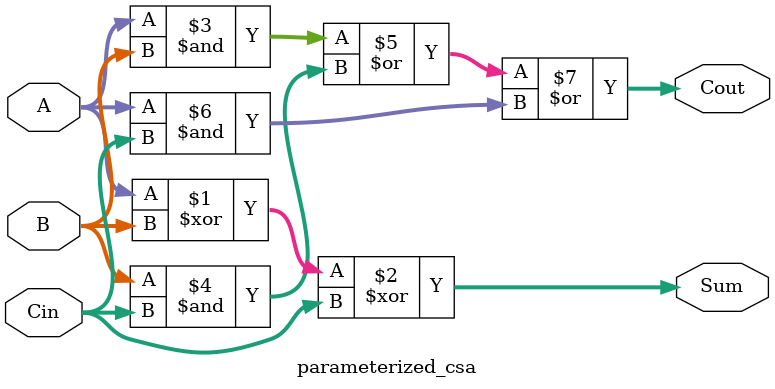
<source format=v>
module parameterized_csa #( parameter WIDTH = 4) (
    input [WIDTH -1:0] A,
    input [WIDTH -1:0] B,
    input [WIDTH -1:0] Cin ,
    output [WIDTH -1:0] Sum ,
    output [WIDTH -1:0] Cout
);
    // genvar i;
    // generate
    //     for (i = 0; i < WIDTH ; i = i + 1) begin : CSA_BITS
    //         assign Sum [i] = A[i] ^ B[i] ^ Cin[i];
    //         assign Cout [i] = (A[i] & B[i]) | (B[i] & Cin[i]) | (A[i] & Cin [i]) ;
    //     end
    // endgenerate

    assign Sum = A ^ B ^ Cin;
    assign Cout = (A & B) | (B & Cin) | (A & Cin) ;
endmodule
</source>
